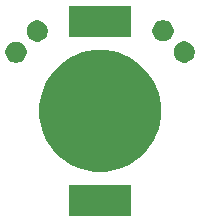
<source format=gbr>
G04 #@! TF.GenerationSoftware,KiCad,Pcbnew,5.1.5+dfsg1-2build2*
G04 #@! TF.CreationDate,2020-06-19T12:28:30-07:00*
G04 #@! TF.ProjectId,touch-circuit-v2,746f7563-682d-4636-9972-637569742d76,rev?*
G04 #@! TF.SameCoordinates,Original*
G04 #@! TF.FileFunction,Soldermask,Bot*
G04 #@! TF.FilePolarity,Negative*
%FSLAX46Y46*%
G04 Gerber Fmt 4.6, Leading zero omitted, Abs format (unit mm)*
G04 Created by KiCad (PCBNEW 5.1.5+dfsg1-2build2) date 2020-06-19 12:28:30*
%MOMM*%
%LPD*%
G04 APERTURE LIST*
%ADD10C,0.100000*%
G04 APERTURE END LIST*
D10*
G36*
X144841000Y-100512001D02*
G01*
X139639000Y-100512001D01*
X139639000Y-97910001D01*
X144841000Y-97910001D01*
X144841000Y-100512001D01*
G37*
G36*
X143742490Y-86657951D02*
G01*
X144270865Y-86876811D01*
X144679913Y-87046244D01*
X145523571Y-87609958D01*
X146241043Y-88327430D01*
X146804757Y-89171088D01*
X146804757Y-89171089D01*
X147193050Y-90108511D01*
X147391000Y-91103670D01*
X147391000Y-92118332D01*
X147193050Y-93113491D01*
X146965593Y-93662621D01*
X146804757Y-94050914D01*
X146241043Y-94894572D01*
X145523571Y-95612044D01*
X144679913Y-96175758D01*
X144291620Y-96336594D01*
X143742490Y-96564051D01*
X142747331Y-96762001D01*
X141732669Y-96762001D01*
X140737510Y-96564051D01*
X140188380Y-96336594D01*
X139800087Y-96175758D01*
X138956429Y-95612044D01*
X138238957Y-94894572D01*
X137675243Y-94050914D01*
X137514407Y-93662621D01*
X137286950Y-93113491D01*
X137089000Y-92118332D01*
X137089000Y-91103670D01*
X137286950Y-90108511D01*
X137675243Y-89171089D01*
X137675243Y-89171088D01*
X138238957Y-88327430D01*
X138956429Y-87609958D01*
X139800087Y-87046244D01*
X140209135Y-86876811D01*
X140737510Y-86657951D01*
X141732669Y-86460001D01*
X142747331Y-86460001D01*
X143742490Y-86657951D01*
G37*
G36*
X135223461Y-85735978D02*
G01*
X135372761Y-85765675D01*
X135536733Y-85833595D01*
X135684303Y-85932198D01*
X135809802Y-86057697D01*
X135908405Y-86205267D01*
X135976325Y-86369239D01*
X136010949Y-86543310D01*
X136010949Y-86720792D01*
X135976325Y-86894863D01*
X135908405Y-87058835D01*
X135809802Y-87206405D01*
X135684303Y-87331904D01*
X135536733Y-87430507D01*
X135372761Y-87498427D01*
X135223461Y-87528124D01*
X135198691Y-87533051D01*
X135021207Y-87533051D01*
X134996437Y-87528124D01*
X134847137Y-87498427D01*
X134683165Y-87430507D01*
X134535595Y-87331904D01*
X134410096Y-87206405D01*
X134311493Y-87058835D01*
X134243573Y-86894863D01*
X134208949Y-86720792D01*
X134208949Y-86543310D01*
X134243573Y-86369239D01*
X134311493Y-86205267D01*
X134410096Y-86057697D01*
X134535595Y-85932198D01*
X134683165Y-85833595D01*
X134847137Y-85765675D01*
X134996437Y-85735978D01*
X135021207Y-85731051D01*
X135198691Y-85731051D01*
X135223461Y-85735978D01*
G37*
G36*
X149465512Y-85717927D02*
G01*
X149614812Y-85747624D01*
X149778784Y-85815544D01*
X149926354Y-85914147D01*
X150051853Y-86039646D01*
X150150456Y-86187216D01*
X150218376Y-86351188D01*
X150253000Y-86525259D01*
X150253000Y-86702741D01*
X150218376Y-86876812D01*
X150150456Y-87040784D01*
X150051853Y-87188354D01*
X149926354Y-87313853D01*
X149778784Y-87412456D01*
X149614812Y-87480376D01*
X149465512Y-87510073D01*
X149440742Y-87515000D01*
X149263258Y-87515000D01*
X149238488Y-87510073D01*
X149089188Y-87480376D01*
X148925216Y-87412456D01*
X148777646Y-87313853D01*
X148652147Y-87188354D01*
X148553544Y-87040784D01*
X148485624Y-86876812D01*
X148451000Y-86702741D01*
X148451000Y-86525259D01*
X148485624Y-86351188D01*
X148553544Y-86187216D01*
X148652147Y-86039646D01*
X148777646Y-85914147D01*
X148925216Y-85815544D01*
X149089188Y-85747624D01*
X149238488Y-85717927D01*
X149263258Y-85713000D01*
X149440742Y-85713000D01*
X149465512Y-85717927D01*
G37*
G36*
X137019512Y-83939927D02*
G01*
X137168812Y-83969624D01*
X137332784Y-84037544D01*
X137480354Y-84136147D01*
X137605853Y-84261646D01*
X137704456Y-84409216D01*
X137772376Y-84573188D01*
X137807000Y-84747259D01*
X137807000Y-84924741D01*
X137772376Y-85098812D01*
X137704456Y-85262784D01*
X137605853Y-85410354D01*
X137480354Y-85535853D01*
X137332784Y-85634456D01*
X137168812Y-85702376D01*
X137024649Y-85731051D01*
X136994742Y-85737000D01*
X136817258Y-85737000D01*
X136787351Y-85731051D01*
X136643188Y-85702376D01*
X136479216Y-85634456D01*
X136331646Y-85535853D01*
X136206147Y-85410354D01*
X136107544Y-85262784D01*
X136039624Y-85098812D01*
X136005000Y-84924741D01*
X136005000Y-84747259D01*
X136039624Y-84573188D01*
X136107544Y-84409216D01*
X136206147Y-84261646D01*
X136331646Y-84136147D01*
X136479216Y-84037544D01*
X136643188Y-83969624D01*
X136792488Y-83939927D01*
X136817258Y-83935000D01*
X136994742Y-83935000D01*
X137019512Y-83939927D01*
G37*
G36*
X147669461Y-83921876D02*
G01*
X147818761Y-83951573D01*
X147982733Y-84019493D01*
X148130303Y-84118096D01*
X148255802Y-84243595D01*
X148354405Y-84391165D01*
X148422325Y-84555137D01*
X148456949Y-84729208D01*
X148456949Y-84906690D01*
X148422325Y-85080761D01*
X148354405Y-85244733D01*
X148255802Y-85392303D01*
X148130303Y-85517802D01*
X147982733Y-85616405D01*
X147818761Y-85684325D01*
X147674598Y-85713000D01*
X147644691Y-85718949D01*
X147467207Y-85718949D01*
X147437300Y-85713000D01*
X147293137Y-85684325D01*
X147129165Y-85616405D01*
X146981595Y-85517802D01*
X146856096Y-85392303D01*
X146757493Y-85244733D01*
X146689573Y-85080761D01*
X146654949Y-84906690D01*
X146654949Y-84729208D01*
X146689573Y-84555137D01*
X146757493Y-84391165D01*
X146856096Y-84243595D01*
X146981595Y-84118096D01*
X147129165Y-84019493D01*
X147293137Y-83951573D01*
X147442437Y-83921876D01*
X147467207Y-83916949D01*
X147644691Y-83916949D01*
X147669461Y-83921876D01*
G37*
G36*
X144841000Y-85312001D02*
G01*
X139639000Y-85312001D01*
X139639000Y-82710001D01*
X144841000Y-82710001D01*
X144841000Y-85312001D01*
G37*
M02*

</source>
